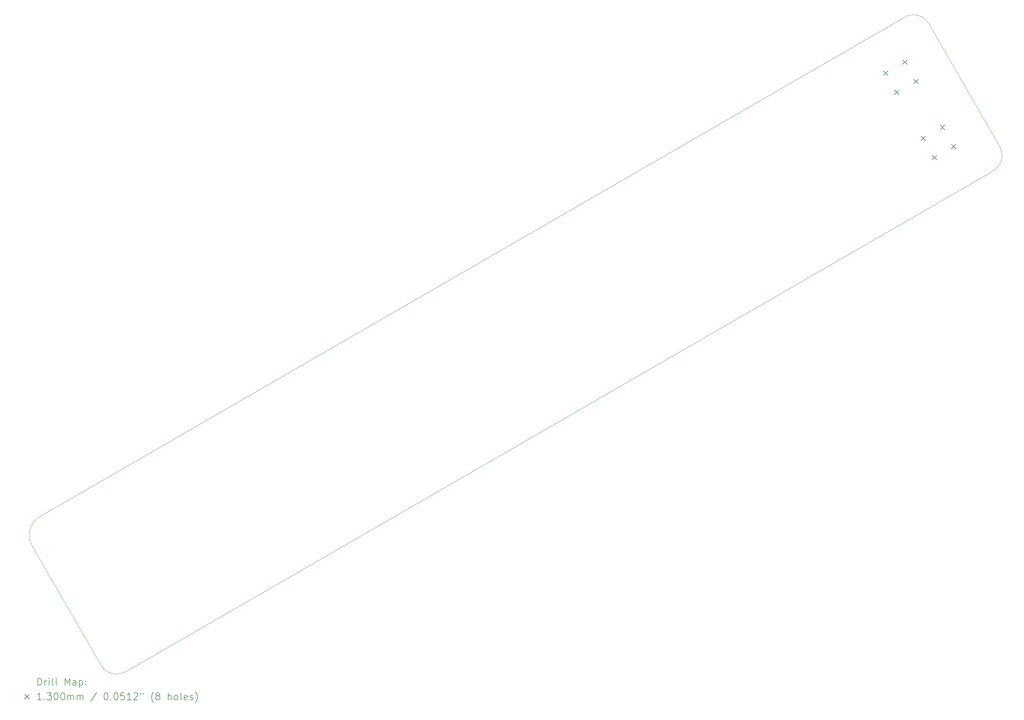
<source format=gbr>
%TF.GenerationSoftware,KiCad,Pcbnew,7.0.2-0*%
%TF.CreationDate,2024-01-28T20:09:23-06:00*%
%TF.ProjectId,bus_bar,6275735f-6261-4722-9e6b-696361645f70,rev?*%
%TF.SameCoordinates,Original*%
%TF.FileFunction,Drillmap*%
%TF.FilePolarity,Positive*%
%FSLAX45Y45*%
G04 Gerber Fmt 4.5, Leading zero omitted, Abs format (unit mm)*
G04 Created by KiCad (PCBNEW 7.0.2-0) date 2024-01-28 20:09:23*
%MOMM*%
%LPD*%
G01*
G04 APERTURE LIST*
%ADD10C,0.100000*%
%ADD11C,0.200000*%
%ADD12C,0.130000*%
G04 APERTURE END LIST*
D10*
X28782754Y-5061764D02*
X26750754Y-1542236D01*
X3740152Y-20106704D02*
X28596813Y-5755705D01*
X1077711Y-16511222D02*
X3046211Y-19920764D01*
X26056813Y-1356295D02*
X1310138Y-15643796D01*
X26750754Y-1542236D02*
G75*
G03*
X26056813Y-1356295I-439941J-254000D01*
G01*
X28596813Y-5755705D02*
G75*
G03*
X28782754Y-5061764I-254000J439941D01*
G01*
X3046211Y-19920763D02*
G75*
G03*
X3740152Y-20106704I439941J254000D01*
G01*
X1310138Y-15643795D02*
G75*
G03*
X1077712Y-16511222I317500J-549926D01*
G01*
D11*
D12*
X25452961Y-2897976D02*
X25582961Y-3027976D01*
X25582961Y-2897976D02*
X25452961Y-3027976D01*
X25770461Y-3447902D02*
X25900461Y-3577902D01*
X25900461Y-3447902D02*
X25770461Y-3577902D01*
X26002887Y-2580476D02*
X26132887Y-2710476D01*
X26132887Y-2580476D02*
X26002887Y-2710476D01*
X26320387Y-3130402D02*
X26450387Y-3260402D01*
X26450387Y-3130402D02*
X26320387Y-3260402D01*
X26532461Y-4767725D02*
X26662461Y-4897725D01*
X26662461Y-4767725D02*
X26532461Y-4897725D01*
X26849961Y-5317651D02*
X26979961Y-5447651D01*
X26979961Y-5317651D02*
X26849961Y-5447651D01*
X27082387Y-4450225D02*
X27212387Y-4580225D01*
X27212387Y-4450225D02*
X27082387Y-4580225D01*
X27399887Y-5000151D02*
X27529887Y-5130151D01*
X27529887Y-5000151D02*
X27399887Y-5130151D01*
D11*
X1235257Y-20492287D02*
X1235257Y-20292287D01*
X1235257Y-20292287D02*
X1282876Y-20292287D01*
X1282876Y-20292287D02*
X1311447Y-20301811D01*
X1311447Y-20301811D02*
X1330495Y-20320859D01*
X1330495Y-20320859D02*
X1340018Y-20339906D01*
X1340018Y-20339906D02*
X1349542Y-20378002D01*
X1349542Y-20378002D02*
X1349542Y-20406573D01*
X1349542Y-20406573D02*
X1340018Y-20444668D01*
X1340018Y-20444668D02*
X1330495Y-20463716D01*
X1330495Y-20463716D02*
X1311447Y-20482764D01*
X1311447Y-20482764D02*
X1282876Y-20492287D01*
X1282876Y-20492287D02*
X1235257Y-20492287D01*
X1435256Y-20492287D02*
X1435256Y-20358954D01*
X1435256Y-20397049D02*
X1444780Y-20378002D01*
X1444780Y-20378002D02*
X1454304Y-20368478D01*
X1454304Y-20368478D02*
X1473352Y-20358954D01*
X1473352Y-20358954D02*
X1492399Y-20358954D01*
X1559066Y-20492287D02*
X1559066Y-20358954D01*
X1559066Y-20292287D02*
X1549542Y-20301811D01*
X1549542Y-20301811D02*
X1559066Y-20311335D01*
X1559066Y-20311335D02*
X1568590Y-20301811D01*
X1568590Y-20301811D02*
X1559066Y-20292287D01*
X1559066Y-20292287D02*
X1559066Y-20311335D01*
X1682875Y-20492287D02*
X1663828Y-20482764D01*
X1663828Y-20482764D02*
X1654304Y-20463716D01*
X1654304Y-20463716D02*
X1654304Y-20292287D01*
X1787637Y-20492287D02*
X1768590Y-20482764D01*
X1768590Y-20482764D02*
X1759066Y-20463716D01*
X1759066Y-20463716D02*
X1759066Y-20292287D01*
X2016209Y-20492287D02*
X2016209Y-20292287D01*
X2016209Y-20292287D02*
X2082876Y-20435144D01*
X2082876Y-20435144D02*
X2149542Y-20292287D01*
X2149542Y-20292287D02*
X2149542Y-20492287D01*
X2330495Y-20492287D02*
X2330495Y-20387525D01*
X2330495Y-20387525D02*
X2320971Y-20368478D01*
X2320971Y-20368478D02*
X2301923Y-20358954D01*
X2301923Y-20358954D02*
X2263828Y-20358954D01*
X2263828Y-20358954D02*
X2244780Y-20368478D01*
X2330495Y-20482764D02*
X2311447Y-20492287D01*
X2311447Y-20492287D02*
X2263828Y-20492287D01*
X2263828Y-20492287D02*
X2244780Y-20482764D01*
X2244780Y-20482764D02*
X2235257Y-20463716D01*
X2235257Y-20463716D02*
X2235257Y-20444668D01*
X2235257Y-20444668D02*
X2244780Y-20425621D01*
X2244780Y-20425621D02*
X2263828Y-20416097D01*
X2263828Y-20416097D02*
X2311447Y-20416097D01*
X2311447Y-20416097D02*
X2330495Y-20406573D01*
X2425733Y-20358954D02*
X2425733Y-20558954D01*
X2425733Y-20368478D02*
X2444780Y-20358954D01*
X2444780Y-20358954D02*
X2482876Y-20358954D01*
X2482876Y-20358954D02*
X2501923Y-20368478D01*
X2501923Y-20368478D02*
X2511447Y-20378002D01*
X2511447Y-20378002D02*
X2520971Y-20397049D01*
X2520971Y-20397049D02*
X2520971Y-20454192D01*
X2520971Y-20454192D02*
X2511447Y-20473240D01*
X2511447Y-20473240D02*
X2501923Y-20482764D01*
X2501923Y-20482764D02*
X2482876Y-20492287D01*
X2482876Y-20492287D02*
X2444780Y-20492287D01*
X2444780Y-20492287D02*
X2425733Y-20482764D01*
X2606685Y-20473240D02*
X2616209Y-20482764D01*
X2616209Y-20482764D02*
X2606685Y-20492287D01*
X2606685Y-20492287D02*
X2597161Y-20482764D01*
X2597161Y-20482764D02*
X2606685Y-20473240D01*
X2606685Y-20473240D02*
X2606685Y-20492287D01*
X2606685Y-20368478D02*
X2616209Y-20378002D01*
X2616209Y-20378002D02*
X2606685Y-20387525D01*
X2606685Y-20387525D02*
X2597161Y-20378002D01*
X2597161Y-20378002D02*
X2606685Y-20368478D01*
X2606685Y-20368478D02*
X2606685Y-20387525D01*
D12*
X857637Y-20754764D02*
X987637Y-20884764D01*
X987637Y-20754764D02*
X857637Y-20884764D01*
D11*
X1340018Y-20912287D02*
X1225733Y-20912287D01*
X1282876Y-20912287D02*
X1282876Y-20712287D01*
X1282876Y-20712287D02*
X1263828Y-20740859D01*
X1263828Y-20740859D02*
X1244780Y-20759906D01*
X1244780Y-20759906D02*
X1225733Y-20769430D01*
X1425733Y-20893240D02*
X1435256Y-20902764D01*
X1435256Y-20902764D02*
X1425733Y-20912287D01*
X1425733Y-20912287D02*
X1416209Y-20902764D01*
X1416209Y-20902764D02*
X1425733Y-20893240D01*
X1425733Y-20893240D02*
X1425733Y-20912287D01*
X1501923Y-20712287D02*
X1625733Y-20712287D01*
X1625733Y-20712287D02*
X1559066Y-20788478D01*
X1559066Y-20788478D02*
X1587637Y-20788478D01*
X1587637Y-20788478D02*
X1606685Y-20798002D01*
X1606685Y-20798002D02*
X1616209Y-20807525D01*
X1616209Y-20807525D02*
X1625733Y-20826573D01*
X1625733Y-20826573D02*
X1625733Y-20874192D01*
X1625733Y-20874192D02*
X1616209Y-20893240D01*
X1616209Y-20893240D02*
X1606685Y-20902764D01*
X1606685Y-20902764D02*
X1587637Y-20912287D01*
X1587637Y-20912287D02*
X1530495Y-20912287D01*
X1530495Y-20912287D02*
X1511447Y-20902764D01*
X1511447Y-20902764D02*
X1501923Y-20893240D01*
X1749542Y-20712287D02*
X1768590Y-20712287D01*
X1768590Y-20712287D02*
X1787637Y-20721811D01*
X1787637Y-20721811D02*
X1797161Y-20731335D01*
X1797161Y-20731335D02*
X1806685Y-20750383D01*
X1806685Y-20750383D02*
X1816209Y-20788478D01*
X1816209Y-20788478D02*
X1816209Y-20836097D01*
X1816209Y-20836097D02*
X1806685Y-20874192D01*
X1806685Y-20874192D02*
X1797161Y-20893240D01*
X1797161Y-20893240D02*
X1787637Y-20902764D01*
X1787637Y-20902764D02*
X1768590Y-20912287D01*
X1768590Y-20912287D02*
X1749542Y-20912287D01*
X1749542Y-20912287D02*
X1730495Y-20902764D01*
X1730495Y-20902764D02*
X1720971Y-20893240D01*
X1720971Y-20893240D02*
X1711447Y-20874192D01*
X1711447Y-20874192D02*
X1701923Y-20836097D01*
X1701923Y-20836097D02*
X1701923Y-20788478D01*
X1701923Y-20788478D02*
X1711447Y-20750383D01*
X1711447Y-20750383D02*
X1720971Y-20731335D01*
X1720971Y-20731335D02*
X1730495Y-20721811D01*
X1730495Y-20721811D02*
X1749542Y-20712287D01*
X1940018Y-20712287D02*
X1959066Y-20712287D01*
X1959066Y-20712287D02*
X1978114Y-20721811D01*
X1978114Y-20721811D02*
X1987637Y-20731335D01*
X1987637Y-20731335D02*
X1997161Y-20750383D01*
X1997161Y-20750383D02*
X2006685Y-20788478D01*
X2006685Y-20788478D02*
X2006685Y-20836097D01*
X2006685Y-20836097D02*
X1997161Y-20874192D01*
X1997161Y-20874192D02*
X1987637Y-20893240D01*
X1987637Y-20893240D02*
X1978114Y-20902764D01*
X1978114Y-20902764D02*
X1959066Y-20912287D01*
X1959066Y-20912287D02*
X1940018Y-20912287D01*
X1940018Y-20912287D02*
X1920971Y-20902764D01*
X1920971Y-20902764D02*
X1911447Y-20893240D01*
X1911447Y-20893240D02*
X1901923Y-20874192D01*
X1901923Y-20874192D02*
X1892399Y-20836097D01*
X1892399Y-20836097D02*
X1892399Y-20788478D01*
X1892399Y-20788478D02*
X1901923Y-20750383D01*
X1901923Y-20750383D02*
X1911447Y-20731335D01*
X1911447Y-20731335D02*
X1920971Y-20721811D01*
X1920971Y-20721811D02*
X1940018Y-20712287D01*
X2092399Y-20912287D02*
X2092399Y-20778954D01*
X2092399Y-20798002D02*
X2101923Y-20788478D01*
X2101923Y-20788478D02*
X2120971Y-20778954D01*
X2120971Y-20778954D02*
X2149542Y-20778954D01*
X2149542Y-20778954D02*
X2168590Y-20788478D01*
X2168590Y-20788478D02*
X2178114Y-20807525D01*
X2178114Y-20807525D02*
X2178114Y-20912287D01*
X2178114Y-20807525D02*
X2187638Y-20788478D01*
X2187638Y-20788478D02*
X2206685Y-20778954D01*
X2206685Y-20778954D02*
X2235257Y-20778954D01*
X2235257Y-20778954D02*
X2254304Y-20788478D01*
X2254304Y-20788478D02*
X2263828Y-20807525D01*
X2263828Y-20807525D02*
X2263828Y-20912287D01*
X2359066Y-20912287D02*
X2359066Y-20778954D01*
X2359066Y-20798002D02*
X2368590Y-20788478D01*
X2368590Y-20788478D02*
X2387638Y-20778954D01*
X2387638Y-20778954D02*
X2416209Y-20778954D01*
X2416209Y-20778954D02*
X2435257Y-20788478D01*
X2435257Y-20788478D02*
X2444780Y-20807525D01*
X2444780Y-20807525D02*
X2444780Y-20912287D01*
X2444780Y-20807525D02*
X2454304Y-20788478D01*
X2454304Y-20788478D02*
X2473352Y-20778954D01*
X2473352Y-20778954D02*
X2501923Y-20778954D01*
X2501923Y-20778954D02*
X2520971Y-20788478D01*
X2520971Y-20788478D02*
X2530495Y-20807525D01*
X2530495Y-20807525D02*
X2530495Y-20912287D01*
X2920971Y-20702764D02*
X2749542Y-20959906D01*
X3178114Y-20712287D02*
X3197161Y-20712287D01*
X3197161Y-20712287D02*
X3216209Y-20721811D01*
X3216209Y-20721811D02*
X3225733Y-20731335D01*
X3225733Y-20731335D02*
X3235257Y-20750383D01*
X3235257Y-20750383D02*
X3244780Y-20788478D01*
X3244780Y-20788478D02*
X3244780Y-20836097D01*
X3244780Y-20836097D02*
X3235257Y-20874192D01*
X3235257Y-20874192D02*
X3225733Y-20893240D01*
X3225733Y-20893240D02*
X3216209Y-20902764D01*
X3216209Y-20902764D02*
X3197161Y-20912287D01*
X3197161Y-20912287D02*
X3178114Y-20912287D01*
X3178114Y-20912287D02*
X3159066Y-20902764D01*
X3159066Y-20902764D02*
X3149542Y-20893240D01*
X3149542Y-20893240D02*
X3140019Y-20874192D01*
X3140019Y-20874192D02*
X3130495Y-20836097D01*
X3130495Y-20836097D02*
X3130495Y-20788478D01*
X3130495Y-20788478D02*
X3140019Y-20750383D01*
X3140019Y-20750383D02*
X3149542Y-20731335D01*
X3149542Y-20731335D02*
X3159066Y-20721811D01*
X3159066Y-20721811D02*
X3178114Y-20712287D01*
X3330495Y-20893240D02*
X3340019Y-20902764D01*
X3340019Y-20902764D02*
X3330495Y-20912287D01*
X3330495Y-20912287D02*
X3320971Y-20902764D01*
X3320971Y-20902764D02*
X3330495Y-20893240D01*
X3330495Y-20893240D02*
X3330495Y-20912287D01*
X3463828Y-20712287D02*
X3482876Y-20712287D01*
X3482876Y-20712287D02*
X3501923Y-20721811D01*
X3501923Y-20721811D02*
X3511447Y-20731335D01*
X3511447Y-20731335D02*
X3520971Y-20750383D01*
X3520971Y-20750383D02*
X3530495Y-20788478D01*
X3530495Y-20788478D02*
X3530495Y-20836097D01*
X3530495Y-20836097D02*
X3520971Y-20874192D01*
X3520971Y-20874192D02*
X3511447Y-20893240D01*
X3511447Y-20893240D02*
X3501923Y-20902764D01*
X3501923Y-20902764D02*
X3482876Y-20912287D01*
X3482876Y-20912287D02*
X3463828Y-20912287D01*
X3463828Y-20912287D02*
X3444780Y-20902764D01*
X3444780Y-20902764D02*
X3435257Y-20893240D01*
X3435257Y-20893240D02*
X3425733Y-20874192D01*
X3425733Y-20874192D02*
X3416209Y-20836097D01*
X3416209Y-20836097D02*
X3416209Y-20788478D01*
X3416209Y-20788478D02*
X3425733Y-20750383D01*
X3425733Y-20750383D02*
X3435257Y-20731335D01*
X3435257Y-20731335D02*
X3444780Y-20721811D01*
X3444780Y-20721811D02*
X3463828Y-20712287D01*
X3711447Y-20712287D02*
X3616209Y-20712287D01*
X3616209Y-20712287D02*
X3606685Y-20807525D01*
X3606685Y-20807525D02*
X3616209Y-20798002D01*
X3616209Y-20798002D02*
X3635257Y-20788478D01*
X3635257Y-20788478D02*
X3682876Y-20788478D01*
X3682876Y-20788478D02*
X3701923Y-20798002D01*
X3701923Y-20798002D02*
X3711447Y-20807525D01*
X3711447Y-20807525D02*
X3720971Y-20826573D01*
X3720971Y-20826573D02*
X3720971Y-20874192D01*
X3720971Y-20874192D02*
X3711447Y-20893240D01*
X3711447Y-20893240D02*
X3701923Y-20902764D01*
X3701923Y-20902764D02*
X3682876Y-20912287D01*
X3682876Y-20912287D02*
X3635257Y-20912287D01*
X3635257Y-20912287D02*
X3616209Y-20902764D01*
X3616209Y-20902764D02*
X3606685Y-20893240D01*
X3911447Y-20912287D02*
X3797161Y-20912287D01*
X3854304Y-20912287D02*
X3854304Y-20712287D01*
X3854304Y-20712287D02*
X3835257Y-20740859D01*
X3835257Y-20740859D02*
X3816209Y-20759906D01*
X3816209Y-20759906D02*
X3797161Y-20769430D01*
X3987638Y-20731335D02*
X3997161Y-20721811D01*
X3997161Y-20721811D02*
X4016209Y-20712287D01*
X4016209Y-20712287D02*
X4063828Y-20712287D01*
X4063828Y-20712287D02*
X4082876Y-20721811D01*
X4082876Y-20721811D02*
X4092400Y-20731335D01*
X4092400Y-20731335D02*
X4101923Y-20750383D01*
X4101923Y-20750383D02*
X4101923Y-20769430D01*
X4101923Y-20769430D02*
X4092400Y-20798002D01*
X4092400Y-20798002D02*
X3978114Y-20912287D01*
X3978114Y-20912287D02*
X4101923Y-20912287D01*
X4178114Y-20712287D02*
X4178114Y-20750383D01*
X4254304Y-20712287D02*
X4254304Y-20750383D01*
X4549543Y-20988478D02*
X4540019Y-20978954D01*
X4540019Y-20978954D02*
X4520971Y-20950383D01*
X4520971Y-20950383D02*
X4511447Y-20931335D01*
X4511447Y-20931335D02*
X4501924Y-20902764D01*
X4501924Y-20902764D02*
X4492400Y-20855144D01*
X4492400Y-20855144D02*
X4492400Y-20817049D01*
X4492400Y-20817049D02*
X4501924Y-20769430D01*
X4501924Y-20769430D02*
X4511447Y-20740859D01*
X4511447Y-20740859D02*
X4520971Y-20721811D01*
X4520971Y-20721811D02*
X4540019Y-20693240D01*
X4540019Y-20693240D02*
X4549543Y-20683716D01*
X4654304Y-20798002D02*
X4635257Y-20788478D01*
X4635257Y-20788478D02*
X4625733Y-20778954D01*
X4625733Y-20778954D02*
X4616209Y-20759906D01*
X4616209Y-20759906D02*
X4616209Y-20750383D01*
X4616209Y-20750383D02*
X4625733Y-20731335D01*
X4625733Y-20731335D02*
X4635257Y-20721811D01*
X4635257Y-20721811D02*
X4654304Y-20712287D01*
X4654304Y-20712287D02*
X4692400Y-20712287D01*
X4692400Y-20712287D02*
X4711447Y-20721811D01*
X4711447Y-20721811D02*
X4720971Y-20731335D01*
X4720971Y-20731335D02*
X4730495Y-20750383D01*
X4730495Y-20750383D02*
X4730495Y-20759906D01*
X4730495Y-20759906D02*
X4720971Y-20778954D01*
X4720971Y-20778954D02*
X4711447Y-20788478D01*
X4711447Y-20788478D02*
X4692400Y-20798002D01*
X4692400Y-20798002D02*
X4654304Y-20798002D01*
X4654304Y-20798002D02*
X4635257Y-20807525D01*
X4635257Y-20807525D02*
X4625733Y-20817049D01*
X4625733Y-20817049D02*
X4616209Y-20836097D01*
X4616209Y-20836097D02*
X4616209Y-20874192D01*
X4616209Y-20874192D02*
X4625733Y-20893240D01*
X4625733Y-20893240D02*
X4635257Y-20902764D01*
X4635257Y-20902764D02*
X4654304Y-20912287D01*
X4654304Y-20912287D02*
X4692400Y-20912287D01*
X4692400Y-20912287D02*
X4711447Y-20902764D01*
X4711447Y-20902764D02*
X4720971Y-20893240D01*
X4720971Y-20893240D02*
X4730495Y-20874192D01*
X4730495Y-20874192D02*
X4730495Y-20836097D01*
X4730495Y-20836097D02*
X4720971Y-20817049D01*
X4720971Y-20817049D02*
X4711447Y-20807525D01*
X4711447Y-20807525D02*
X4692400Y-20798002D01*
X4968590Y-20912287D02*
X4968590Y-20712287D01*
X5054305Y-20912287D02*
X5054305Y-20807525D01*
X5054305Y-20807525D02*
X5044781Y-20788478D01*
X5044781Y-20788478D02*
X5025733Y-20778954D01*
X5025733Y-20778954D02*
X4997162Y-20778954D01*
X4997162Y-20778954D02*
X4978114Y-20788478D01*
X4978114Y-20788478D02*
X4968590Y-20798002D01*
X5178114Y-20912287D02*
X5159066Y-20902764D01*
X5159066Y-20902764D02*
X5149543Y-20893240D01*
X5149543Y-20893240D02*
X5140019Y-20874192D01*
X5140019Y-20874192D02*
X5140019Y-20817049D01*
X5140019Y-20817049D02*
X5149543Y-20798002D01*
X5149543Y-20798002D02*
X5159066Y-20788478D01*
X5159066Y-20788478D02*
X5178114Y-20778954D01*
X5178114Y-20778954D02*
X5206686Y-20778954D01*
X5206686Y-20778954D02*
X5225733Y-20788478D01*
X5225733Y-20788478D02*
X5235257Y-20798002D01*
X5235257Y-20798002D02*
X5244781Y-20817049D01*
X5244781Y-20817049D02*
X5244781Y-20874192D01*
X5244781Y-20874192D02*
X5235257Y-20893240D01*
X5235257Y-20893240D02*
X5225733Y-20902764D01*
X5225733Y-20902764D02*
X5206686Y-20912287D01*
X5206686Y-20912287D02*
X5178114Y-20912287D01*
X5359066Y-20912287D02*
X5340019Y-20902764D01*
X5340019Y-20902764D02*
X5330495Y-20883716D01*
X5330495Y-20883716D02*
X5330495Y-20712287D01*
X5511447Y-20902764D02*
X5492400Y-20912287D01*
X5492400Y-20912287D02*
X5454305Y-20912287D01*
X5454305Y-20912287D02*
X5435257Y-20902764D01*
X5435257Y-20902764D02*
X5425733Y-20883716D01*
X5425733Y-20883716D02*
X5425733Y-20807525D01*
X5425733Y-20807525D02*
X5435257Y-20788478D01*
X5435257Y-20788478D02*
X5454305Y-20778954D01*
X5454305Y-20778954D02*
X5492400Y-20778954D01*
X5492400Y-20778954D02*
X5511447Y-20788478D01*
X5511447Y-20788478D02*
X5520971Y-20807525D01*
X5520971Y-20807525D02*
X5520971Y-20826573D01*
X5520971Y-20826573D02*
X5425733Y-20845621D01*
X5597162Y-20902764D02*
X5616209Y-20912287D01*
X5616209Y-20912287D02*
X5654304Y-20912287D01*
X5654304Y-20912287D02*
X5673352Y-20902764D01*
X5673352Y-20902764D02*
X5682876Y-20883716D01*
X5682876Y-20883716D02*
X5682876Y-20874192D01*
X5682876Y-20874192D02*
X5673352Y-20855144D01*
X5673352Y-20855144D02*
X5654304Y-20845621D01*
X5654304Y-20845621D02*
X5625733Y-20845621D01*
X5625733Y-20845621D02*
X5606685Y-20836097D01*
X5606685Y-20836097D02*
X5597162Y-20817049D01*
X5597162Y-20817049D02*
X5597162Y-20807525D01*
X5597162Y-20807525D02*
X5606685Y-20788478D01*
X5606685Y-20788478D02*
X5625733Y-20778954D01*
X5625733Y-20778954D02*
X5654304Y-20778954D01*
X5654304Y-20778954D02*
X5673352Y-20788478D01*
X5749543Y-20988478D02*
X5759066Y-20978954D01*
X5759066Y-20978954D02*
X5778114Y-20950383D01*
X5778114Y-20950383D02*
X5787638Y-20931335D01*
X5787638Y-20931335D02*
X5797162Y-20902764D01*
X5797162Y-20902764D02*
X5806685Y-20855144D01*
X5806685Y-20855144D02*
X5806685Y-20817049D01*
X5806685Y-20817049D02*
X5797162Y-20769430D01*
X5797162Y-20769430D02*
X5787638Y-20740859D01*
X5787638Y-20740859D02*
X5778114Y-20721811D01*
X5778114Y-20721811D02*
X5759066Y-20693240D01*
X5759066Y-20693240D02*
X5749543Y-20683716D01*
M02*

</source>
